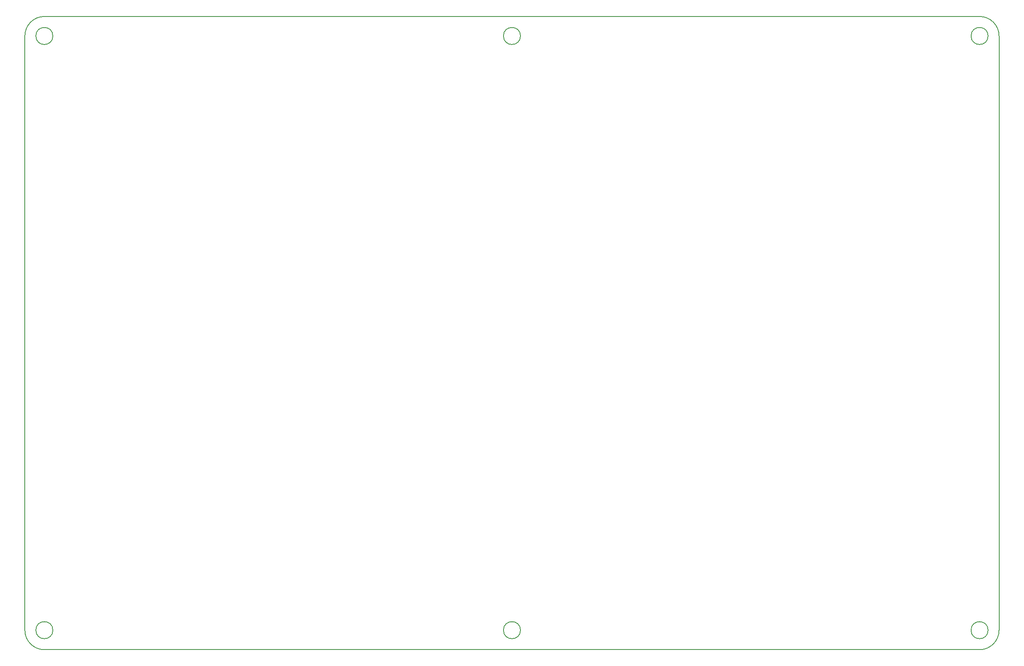
<source format=gbr>
G04 #@! TF.GenerationSoftware,KiCad,Pcbnew,(5.1.2-1)-1*
G04 #@! TF.CreationDate,2020-09-14T16:18:28+03:00*
G04 #@! TF.ProjectId,N32B,4e333242-2e6b-4696-9361-645f70636258,V0.1*
G04 #@! TF.SameCoordinates,Original*
G04 #@! TF.FileFunction,Profile,NP*
%FSLAX46Y46*%
G04 Gerber Fmt 4.6, Leading zero omitted, Abs format (unit mm)*
G04 Created by KiCad (PCBNEW (5.1.2-1)-1) date 2020-09-14 16:18:28*
%MOMM*%
%LPD*%
G04 APERTURE LIST*
%ADD10C,0.200000*%
G04 APERTURE END LIST*
D10*
X28416000Y-148312000D02*
X28416000Y-26312000D01*
X32416000Y-152312000D02*
G75*
G02X28416000Y-148312000I0J4000000D01*
G01*
X32415999Y-22312000D02*
X224416000Y-22312001D01*
X28415999Y-26312000D02*
G75*
G02X32415999Y-22312000I4000000J0D01*
G01*
X224444284Y-152312000D02*
X32415999Y-152312000D01*
X228416000Y-148312100D02*
G75*
G02X224444284Y-152312000I-4000000J0D01*
G01*
X228416000Y-26312001D02*
X228416000Y-148312100D01*
X224416001Y-22312000D02*
G75*
G02X228416000Y-26312001I-1J-4000000D01*
G01*
X34166000Y-26312000D02*
G75*
G03X34166000Y-26312000I-1750000J0D01*
G01*
X226166000Y-26312000D02*
G75*
G03X226166000Y-26312000I-1750000J0D01*
G01*
X34166000Y-148312000D02*
G75*
G03X34166000Y-148312000I-1750000J0D01*
G01*
X130166000Y-26312000D02*
G75*
G03X130166000Y-26312000I-1750000J0D01*
G01*
X226166000Y-148312000D02*
G75*
G03X226166000Y-148312000I-1750000J0D01*
G01*
X130165999Y-148312000D02*
G75*
G03X130165999Y-148312000I-1749999J0D01*
G01*
M02*

</source>
